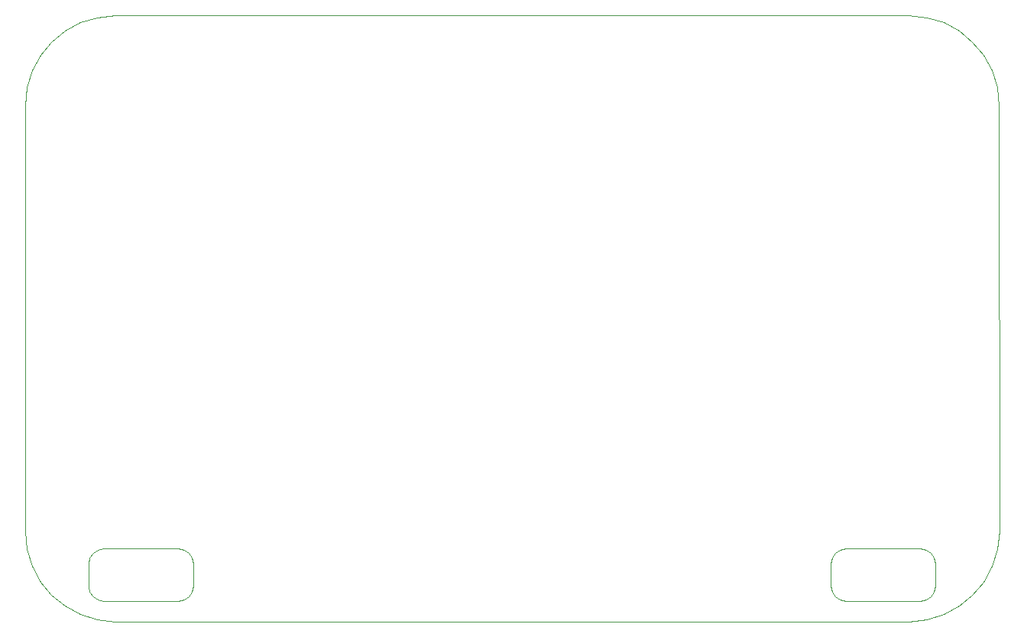
<source format=gbr>
G04 #@! TF.FileFunction,Profile,NP*
%FSLAX46Y46*%
G04 Gerber Fmt 4.6, Leading zero omitted, Abs format (unit mm)*
G04 Created by KiCad (PCBNEW 4.0.7) date 06/12/18 22:13:00*
%MOMM*%
%LPD*%
G01*
G04 APERTURE LIST*
%ADD10C,0.100000*%
G04 APERTURE END LIST*
D10*
X154846860Y-136029530D02*
X154846860Y-138529530D01*
X143267710Y-136029530D02*
X143267710Y-138529530D01*
X72603646Y-136029530D02*
X72603646Y-138529530D01*
X61025003Y-136029530D02*
X61025003Y-138529530D01*
X62035336Y-140053229D02*
X61509552Y-139698894D01*
X143267710Y-136029530D02*
X143397666Y-135385693D01*
X153192710Y-134375380D02*
X153836547Y-134505401D01*
X72119088Y-134859911D02*
X72473608Y-135385693D01*
X154846860Y-138529530D02*
X154716826Y-139173287D01*
X62679173Y-134375380D02*
X62679173Y-134375380D01*
X143752014Y-139698894D02*
X143397670Y-139173287D01*
X143752003Y-134859911D02*
X144277606Y-134505401D01*
X61025003Y-136029530D02*
X61155036Y-135385693D01*
X72473608Y-135385693D02*
X72603646Y-136029530D01*
X70949463Y-140183170D02*
X62679173Y-140183170D01*
X62679173Y-140183170D02*
X62035336Y-140053229D01*
X153836547Y-134505401D02*
X154362329Y-134859911D01*
X61155036Y-135385693D02*
X61509552Y-134859911D01*
X72473608Y-139173287D02*
X72119088Y-139698894D01*
X143397666Y-135385693D02*
X143752003Y-134859911D01*
X61509552Y-134859911D02*
X62035336Y-134505401D01*
X61509552Y-139698894D02*
X61155036Y-139173287D01*
X71593302Y-140053229D02*
X70949463Y-140183170D01*
X144921360Y-140183170D02*
X144277618Y-140053229D01*
X62035336Y-134505401D02*
X62679173Y-134375380D01*
X144921360Y-134375380D02*
X153192710Y-134375380D01*
X154716826Y-139173287D02*
X154362318Y-139698894D01*
X154362329Y-134859911D02*
X154716839Y-135385693D01*
X153192710Y-140183170D02*
X144921360Y-140183170D01*
X72603646Y-138529530D02*
X72473608Y-139173287D01*
X144921360Y-134375380D02*
X144921360Y-134375380D01*
X154716839Y-135385693D02*
X154846860Y-136029530D01*
X143397670Y-139173287D02*
X143267710Y-138529530D01*
X61155036Y-139173287D02*
X61025003Y-138529530D01*
X72119088Y-139698894D02*
X71593302Y-140053229D01*
X144277606Y-134505401D02*
X144921360Y-134375380D01*
X154362318Y-139698894D02*
X153836543Y-140053229D01*
X144277618Y-140053229D02*
X143752014Y-139698894D01*
X153836543Y-140053229D02*
X153192710Y-140183170D01*
X160173791Y-79664290D02*
X158954630Y-78185439D01*
X161877080Y-85262890D02*
X161674623Y-83242623D01*
X158954630Y-139511464D02*
X160173791Y-138032616D01*
X157475781Y-140730624D02*
X158954630Y-139511464D01*
X58395042Y-140730624D02*
X60093971Y-141650490D01*
X61973374Y-142231454D02*
X63993643Y-142433910D01*
X58395042Y-76966274D02*
X56916193Y-78185439D01*
X155776852Y-141650490D02*
X157475781Y-140730624D01*
X151877180Y-142433910D02*
X153897449Y-142231454D01*
X63993643Y-142433910D02*
X151877180Y-142433910D01*
X60093971Y-141650490D02*
X61973374Y-142231454D01*
X61973374Y-75465437D02*
X60093971Y-76046405D01*
X54777165Y-136333686D02*
X55697032Y-138032616D01*
X56916193Y-78185439D02*
X55697032Y-79664290D01*
X63993643Y-75262980D02*
X61973374Y-75465437D01*
X153897449Y-142231454D02*
X155776852Y-141650490D01*
X55697032Y-138032616D02*
X56916193Y-139511464D01*
X60093971Y-76046405D02*
X58395042Y-76966274D01*
X161674623Y-83242623D02*
X161093658Y-81363221D01*
X54777165Y-81363221D02*
X54196200Y-83242623D01*
X155776852Y-76046405D02*
X153897449Y-75465437D01*
X53970000Y-132410000D02*
X54196200Y-134454282D01*
X161093658Y-136333686D02*
X161674623Y-134454282D01*
X160173791Y-138032616D02*
X161093658Y-136333686D01*
X161970000Y-132410000D02*
X161877080Y-85262890D01*
X56916193Y-139511464D02*
X58395042Y-140730624D01*
X62679173Y-134375380D02*
X70949463Y-134375380D01*
X151877180Y-75262980D02*
X63993643Y-75262980D01*
X54196200Y-134454282D02*
X54777165Y-136333686D01*
X157475781Y-76966274D02*
X155776852Y-76046405D01*
X70949463Y-134375380D02*
X71593302Y-134505401D01*
X161674623Y-134454282D02*
X161970000Y-132410000D01*
X53993743Y-85262890D02*
X53970000Y-132410000D01*
X54196200Y-83242623D02*
X53993743Y-85262890D01*
X55697032Y-79664290D02*
X54777165Y-81363221D01*
X71593302Y-134505401D02*
X72119088Y-134859911D01*
X153897449Y-75465437D02*
X151877180Y-75262980D01*
X161093658Y-81363221D02*
X160173791Y-79664290D01*
X158954630Y-78185439D02*
X157475781Y-76966274D01*
M02*

</source>
